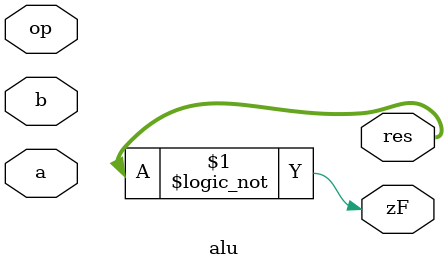
<source format=v>
module alu(
	input [31:0]a,
	input [31:0]b,
	input [2:0]op,
	output reg [31:0]res,
	output zF
);

assign zF = (res==32'b0);

parameter NOP=3'b000, 
          ADD=3'b001,
          SUB=3'b010;

endmodule

</source>
